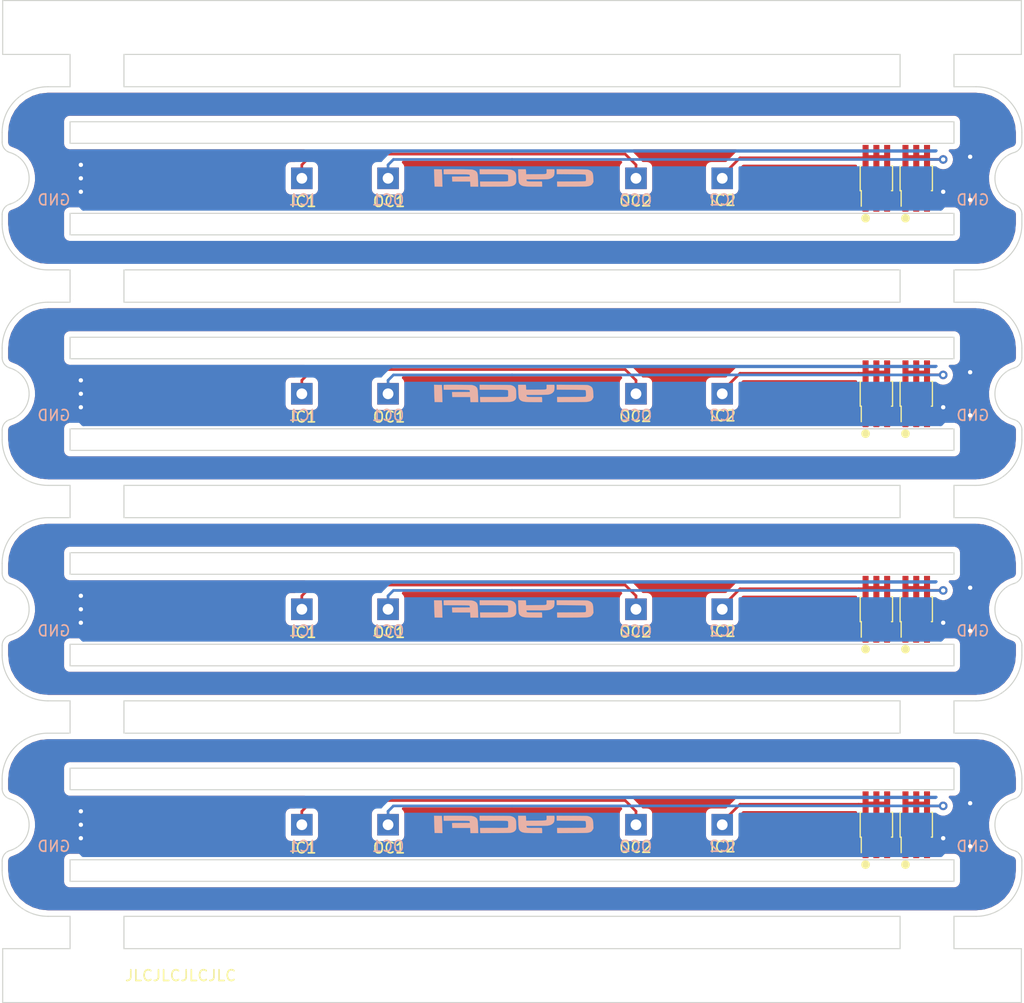
<source format=kicad_pcb>
(kicad_pcb (version 20171130) (host pcbnew "(5.1.10-1-10_14)")
  (layers (0 F.Cu signal) (31 B.Cu signal) (34 B.Paste user) (35 F.Paste user) (36 B.SilkS user) (37 F.SilkS user) (38 B.Mask user) (39 F.Mask user) (44 Edge.Cuts user))
  (net 0 "")
  (net 1 /oc1)
  (net 2 /ic1)
  (net 3 /ic2)
  (net 4 GND)
  (module cycfi_library:mounting_hole_2.1mm (layer F.Cu) (at 58 44.5)
    (fp_text reference REF** hide)
    (fp_text value mounting_hole_2.1mm)
    (pad "" np_thru_hole circle (at 0 0) (size 2.1 2.1) (drill 2.1) (layers *.Cu *.Mask))
  )
  (module cycfi_library:mounting_hole_2.1mm (layer F.Cu) (at 137 44.75)
    (fp_text reference REF** hide)
    (fp_text value mounting_hole_2.1mm)
    (pad "" np_thru_hole circle (at 0 0) (size 2.1 2.1) (drill 2.1) (layers *.Cu *.Mask))
  )
  (module cycfi_library:mounting_hole_2.1mm (layer F.Cu) (at 137 132.5)
    (fp_text reference REF** hide)
    (fp_text value mounting_hole_2.1mm)
    (pad "" np_thru_hole circle (at 0 0) (size 2.1 2.1) (drill 2.1) (layers *.Cu *.Mask))
  )
  (module cycfi_library:mounting_hole_2.1mm (layer F.Cu) (at 58 132.5)
    (fp_text reference REF** hide)
    (fp_text value mounting_hole_2.1mm)
    (pad "" np_thru_hole circle (at 0 0) (size 2.1 2.1) (drill 2.1) (layers *.Cu *.Mask))
  )
  (module cycfi_library:mouse-bite-3mm-slot-one-side (layer F.Cu) (at 136 48.5)
    (fp_text reference mouse-bite-3mm-slot hide)
    (fp_text value VAL** hide)
    (pad "" np_thru_hole circle (at 2 1.15) (size 0.5 0.5) (drill 0.5) (layers *.Cu *.Mask))
    (pad "" np_thru_hole circle (at -2 1.15) (size 0.5 0.5) (drill 0.5) (layers *.Cu *.Mask))
    (pad "" np_thru_hole circle (at 0 1.15) (size 0.5 0.5) (drill 0.5) (layers *.Cu *.Mask))
    (pad "" np_thru_hole circle (at -1 1.15) (size 0.5 0.5) (drill 0.5) (layers *.Cu *.Mask))
    (pad "" np_thru_hole circle (at 1 1.15) (size 0.5 0.5) (drill 0.5) (layers *.Cu *.Mask))
  )
  (module cycfi_library:mouse-bite-3mm-slot-one-side (layer F.Cu) (at 59 48.5)
    (fp_text reference mouse-bite-3mm-slot hide)
    (fp_text value VAL** hide)
    (pad "" np_thru_hole circle (at 2 1.15) (size 0.5 0.5) (drill 0.5) (layers *.Cu *.Mask))
    (pad "" np_thru_hole circle (at -2 1.15) (size 0.5 0.5) (drill 0.5) (layers *.Cu *.Mask))
    (pad "" np_thru_hole circle (at 0 1.15) (size 0.5 0.5) (drill 0.5) (layers *.Cu *.Mask))
    (pad "" np_thru_hole circle (at -1 1.15) (size 0.5 0.5) (drill 0.5) (layers *.Cu *.Mask))
    (pad "" np_thru_hole circle (at 1 1.15) (size 0.5 0.5) (drill 0.5) (layers *.Cu *.Mask))
  )
  (module cycfi_library:mouse-bite-3mm-slot-one-side (layer F.Cu) (at 59 128.5 180)
    (fp_text reference mouse-bite-3mm-slot hide)
    (fp_text value VAL** hide)
    (pad "" np_thru_hole circle (at 2 1.15 180) (size 0.5 0.5) (drill 0.5) (layers *.Cu *.Mask))
    (pad "" np_thru_hole circle (at -2 1.15 180) (size 0.5 0.5) (drill 0.5) (layers *.Cu *.Mask))
    (pad "" np_thru_hole circle (at 0 1.15 180) (size 0.5 0.5) (drill 0.5) (layers *.Cu *.Mask))
    (pad "" np_thru_hole circle (at -1 1.15 180) (size 0.5 0.5) (drill 0.5) (layers *.Cu *.Mask))
    (pad "" np_thru_hole circle (at 1 1.15 180) (size 0.5 0.5) (drill 0.5) (layers *.Cu *.Mask))
  )
  (module cycfi_library:mouse-bite-3mm-slot-one-side (layer F.Cu) (at 136 128.5 180)
    (fp_text reference mouse-bite-3mm-slot hide)
    (fp_text value VAL** hide)
    (pad "" np_thru_hole circle (at 2 1.15 180) (size 0.5 0.5) (drill 0.5) (layers *.Cu *.Mask))
    (pad "" np_thru_hole circle (at -2 1.15 180) (size 0.5 0.5) (drill 0.5) (layers *.Cu *.Mask))
    (pad "" np_thru_hole circle (at 0 1.15 180) (size 0.5 0.5) (drill 0.5) (layers *.Cu *.Mask))
    (pad "" np_thru_hole circle (at -1 1.15 180) (size 0.5 0.5) (drill 0.5) (layers *.Cu *.Mask))
    (pad "" np_thru_hole circle (at 1 1.15 180) (size 0.5 0.5) (drill 0.5) (layers *.Cu *.Mask))
  )
  (module cycfi_library:mouse-bite-3mm-slot (layer F.Cu) (at 136 108.5)
    (fp_text reference mouse-bite-3mm-slot hide)
    (fp_text value VAL** hide)
    (pad "" np_thru_hole circle (at -2 1.15) (size 0.5 0.5) (drill 0.5) (layers *.Cu *.Mask))
    (pad "" np_thru_hole circle (at -2 -1.15) (size 0.5 0.5) (drill 0.5) (layers *.Cu *.Mask))
    (pad "" np_thru_hole circle (at 2 1.15) (size 0.5 0.5) (drill 0.5) (layers *.Cu *.Mask))
    (pad "" np_thru_hole circle (at 2 -1.15) (size 0.5 0.5) (drill 0.5) (layers *.Cu *.Mask))
    (pad "" np_thru_hole circle (at 0 -1.15) (size 0.5 0.5) (drill 0.5) (layers *.Cu *.Mask))
    (pad "" np_thru_hole circle (at 0 1.15) (size 0.5 0.5) (drill 0.5) (layers *.Cu *.Mask))
    (pad "" np_thru_hole circle (at 1 -1.15) (size 0.5 0.5) (drill 0.5) (layers *.Cu *.Mask))
    (pad "" np_thru_hole circle (at -1 -1.15) (size 0.5 0.5) (drill 0.5) (layers *.Cu *.Mask))
    (pad "" np_thru_hole circle (at -1 1.15) (size 0.5 0.5) (drill 0.5) (layers *.Cu *.Mask))
    (pad "" np_thru_hole circle (at 1 1.15) (size 0.5 0.5) (drill 0.5) (layers *.Cu *.Mask))
  )
  (module cycfi_library:mouse-bite-3mm-slot (layer F.Cu) (at 136 88.5)
    (fp_text reference mouse-bite-3mm-slot hide)
    (fp_text value VAL** hide)
    (pad "" np_thru_hole circle (at -2 1.15) (size 0.5 0.5) (drill 0.5) (layers *.Cu *.Mask))
    (pad "" np_thru_hole circle (at -2 -1.15) (size 0.5 0.5) (drill 0.5) (layers *.Cu *.Mask))
    (pad "" np_thru_hole circle (at 2 1.15) (size 0.5 0.5) (drill 0.5) (layers *.Cu *.Mask))
    (pad "" np_thru_hole circle (at 2 -1.15) (size 0.5 0.5) (drill 0.5) (layers *.Cu *.Mask))
    (pad "" np_thru_hole circle (at 0 -1.15) (size 0.5 0.5) (drill 0.5) (layers *.Cu *.Mask))
    (pad "" np_thru_hole circle (at 0 1.15) (size 0.5 0.5) (drill 0.5) (layers *.Cu *.Mask))
    (pad "" np_thru_hole circle (at 1 -1.15) (size 0.5 0.5) (drill 0.5) (layers *.Cu *.Mask))
    (pad "" np_thru_hole circle (at -1 -1.15) (size 0.5 0.5) (drill 0.5) (layers *.Cu *.Mask))
    (pad "" np_thru_hole circle (at -1 1.15) (size 0.5 0.5) (drill 0.5) (layers *.Cu *.Mask))
    (pad "" np_thru_hole circle (at 1 1.15) (size 0.5 0.5) (drill 0.5) (layers *.Cu *.Mask))
  )
  (module cycfi_library:mouse-bite-3mm-slot (layer F.Cu) (at 59 108.5)
    (fp_text reference mouse-bite-3mm-slot hide)
    (fp_text value VAL** hide)
    (pad "" np_thru_hole circle (at -2 1.15) (size 0.5 0.5) (drill 0.5) (layers *.Cu *.Mask))
    (pad "" np_thru_hole circle (at -2 -1.15) (size 0.5 0.5) (drill 0.5) (layers *.Cu *.Mask))
    (pad "" np_thru_hole circle (at 2 1.15) (size 0.5 0.5) (drill 0.5) (layers *.Cu *.Mask))
    (pad "" np_thru_hole circle (at 2 -1.15) (size 0.5 0.5) (drill 0.5) (layers *.Cu *.Mask))
    (pad "" np_thru_hole circle (at 0 -1.15) (size 0.5 0.5) (drill 0.5) (layers *.Cu *.Mask))
    (pad "" np_thru_hole circle (at 0 1.15) (size 0.5 0.5) (drill 0.5) (layers *.Cu *.Mask))
    (pad "" np_thru_hole circle (at 1 -1.15) (size 0.5 0.5) (drill 0.5) (layers *.Cu *.Mask))
    (pad "" np_thru_hole circle (at -1 -1.15) (size 0.5 0.5) (drill 0.5) (layers *.Cu *.Mask))
    (pad "" np_thru_hole circle (at -1 1.15) (size 0.5 0.5) (drill 0.5) (layers *.Cu *.Mask))
    (pad "" np_thru_hole circle (at 1 1.15) (size 0.5 0.5) (drill 0.5) (layers *.Cu *.Mask))
  )
  (module cycfi_library:mouse-bite-3mm-slot (layer F.Cu) (at 59 88.5)
    (fp_text reference mouse-bite-3mm-slot hide)
    (fp_text value VAL** hide)
    (pad "" np_thru_hole circle (at -2 1.15) (size 0.5 0.5) (drill 0.5) (layers *.Cu *.Mask))
    (pad "" np_thru_hole circle (at -2 -1.15) (size 0.5 0.5) (drill 0.5) (layers *.Cu *.Mask))
    (pad "" np_thru_hole circle (at 2 1.15) (size 0.5 0.5) (drill 0.5) (layers *.Cu *.Mask))
    (pad "" np_thru_hole circle (at 2 -1.15) (size 0.5 0.5) (drill 0.5) (layers *.Cu *.Mask))
    (pad "" np_thru_hole circle (at 0 -1.15) (size 0.5 0.5) (drill 0.5) (layers *.Cu *.Mask))
    (pad "" np_thru_hole circle (at 0 1.15) (size 0.5 0.5) (drill 0.5) (layers *.Cu *.Mask))
    (pad "" np_thru_hole circle (at 1 -1.15) (size 0.5 0.5) (drill 0.5) (layers *.Cu *.Mask))
    (pad "" np_thru_hole circle (at -1 -1.15) (size 0.5 0.5) (drill 0.5) (layers *.Cu *.Mask))
    (pad "" np_thru_hole circle (at -1 1.15) (size 0.5 0.5) (drill 0.5) (layers *.Cu *.Mask))
    (pad "" np_thru_hole circle (at 1 1.15) (size 0.5 0.5) (drill 0.5) (layers *.Cu *.Mask))
  )
  (module cycfi_library:mouse-bite-3mm-slot (layer F.Cu) (at 136 68.5)
    (fp_text reference mouse-bite-3mm-slot hide)
    (fp_text value VAL** hide)
    (pad "" np_thru_hole circle (at -2 1.15) (size 0.5 0.5) (drill 0.5) (layers *.Cu *.Mask))
    (pad "" np_thru_hole circle (at -2 -1.15) (size 0.5 0.5) (drill 0.5) (layers *.Cu *.Mask))
    (pad "" np_thru_hole circle (at 2 1.15) (size 0.5 0.5) (drill 0.5) (layers *.Cu *.Mask))
    (pad "" np_thru_hole circle (at 2 -1.15) (size 0.5 0.5) (drill 0.5) (layers *.Cu *.Mask))
    (pad "" np_thru_hole circle (at 0 -1.15) (size 0.5 0.5) (drill 0.5) (layers *.Cu *.Mask))
    (pad "" np_thru_hole circle (at 0 1.15) (size 0.5 0.5) (drill 0.5) (layers *.Cu *.Mask))
    (pad "" np_thru_hole circle (at 1 -1.15) (size 0.5 0.5) (drill 0.5) (layers *.Cu *.Mask))
    (pad "" np_thru_hole circle (at -1 -1.15) (size 0.5 0.5) (drill 0.5) (layers *.Cu *.Mask))
    (pad "" np_thru_hole circle (at -1 1.15) (size 0.5 0.5) (drill 0.5) (layers *.Cu *.Mask))
    (pad "" np_thru_hole circle (at 1 1.15) (size 0.5 0.5) (drill 0.5) (layers *.Cu *.Mask))
  )
  (module cycfi_library:mouse-bite-3mm-slot (layer F.Cu) (at 59 68.5)
    (fp_text reference mouse-bite-3mm-slot hide)
    (fp_text value VAL** hide)
    (pad "" np_thru_hole circle (at -2 1.15) (size 0.5 0.5) (drill 0.5) (layers *.Cu *.Mask))
    (pad "" np_thru_hole circle (at -2 -1.15) (size 0.5 0.5) (drill 0.5) (layers *.Cu *.Mask))
    (pad "" np_thru_hole circle (at 2 1.15) (size 0.5 0.5) (drill 0.5) (layers *.Cu *.Mask))
    (pad "" np_thru_hole circle (at 2 -1.15) (size 0.5 0.5) (drill 0.5) (layers *.Cu *.Mask))
    (pad "" np_thru_hole circle (at 0 -1.15) (size 0.5 0.5) (drill 0.5) (layers *.Cu *.Mask))
    (pad "" np_thru_hole circle (at 0 1.15) (size 0.5 0.5) (drill 0.5) (layers *.Cu *.Mask))
    (pad "" np_thru_hole circle (at 1 -1.15) (size 0.5 0.5) (drill 0.5) (layers *.Cu *.Mask))
    (pad "" np_thru_hole circle (at -1 -1.15) (size 0.5 0.5) (drill 0.5) (layers *.Cu *.Mask))
    (pad "" np_thru_hole circle (at -1 1.15) (size 0.5 0.5) (drill 0.5) (layers *.Cu *.Mask))
    (pad "" np_thru_hole circle (at 1 1.15) (size 0.5 0.5) (drill 0.5) (layers *.Cu *.Mask))
  )
  (module cycfi_library:cycfi-logo-15mm (layer B.Cu) (at 97.75 118.5 180)
    (fp_text reference G*** hide)
    (fp_text value LOGO hide)
  )
  (module cycfi_library:cycfi-logo-15mm (layer B.Cu) (at 97.75 98.5 180)
    (fp_text reference G*** hide)
    (fp_text value LOGO hide)
  )
  (module cycfi_library:cycfi-logo-15mm (layer B.Cu) (at 97.75 78.5 180)
    (fp_text reference G*** hide)
    (fp_text value LOGO hide)
  )
  (module cycfi_library:pin_header_2x3p_1.00mm_smd_vertical (layer F.Cu) (at 131.3 118.5 90)
    (fp_text reference J2 hide)
    (fp_text value "Conn 2")
    (pad 1 smd rect (at -1.9 -1 90) (size 2.4 0.56) (layers F.Cu F.Paste F.Mask) (net 4 GND))
    (pad 6 smd rect (at 1.9 -1 90) (size 2.4 0.56) (layers F.Cu F.Paste F.Mask) (net 3 /ic2))
    (pad 2 smd rect (at -1.9 0 90) (size 2.4 0.56) (layers F.Cu F.Paste F.Mask) (net 4 GND))
    (pad 5 smd rect (at 1.9 0 90) (size 2.4 0.56) (layers F.Cu F.Paste F.Mask) (net 3 /ic2))
    (pad 3 smd rect (at -1.9 1 90) (size 2.4 0.56) (layers F.Cu F.Paste F.Mask) (net 4 GND))
    (pad 4 smd rect (at 1.9 1 90) (size 2.4 0.56) (layers F.Cu F.Paste F.Mask) (net 3 /ic2))
  )
  (module cycfi_library:pin_header_2x3p_1.00mm_smd_vertical (layer F.Cu) (at 131.3 98.5 90)
    (fp_text reference J2 hide)
    (fp_text value "Conn 2")
    (pad 1 smd rect (at -1.9 -1 90) (size 2.4 0.56) (layers F.Cu F.Paste F.Mask) (net 4 GND))
    (pad 6 smd rect (at 1.9 -1 90) (size 2.4 0.56) (layers F.Cu F.Paste F.Mask) (net 3 /ic2))
    (pad 2 smd rect (at -1.9 0 90) (size 2.4 0.56) (layers F.Cu F.Paste F.Mask) (net 4 GND))
    (pad 5 smd rect (at 1.9 0 90) (size 2.4 0.56) (layers F.Cu F.Paste F.Mask) (net 3 /ic2))
    (pad 3 smd rect (at -1.9 1 90) (size 2.4 0.56) (layers F.Cu F.Paste F.Mask) (net 4 GND))
    (pad 4 smd rect (at 1.9 1 90) (size 2.4 0.56) (layers F.Cu F.Paste F.Mask) (net 3 /ic2))
  )
  (module cycfi_library:pin_header_2x3p_1.00mm_smd_vertical (layer F.Cu) (at 131.3 78.5 90)
    (fp_text reference J2 hide)
    (fp_text value "Conn 2")
    (pad 1 smd rect (at -1.9 -1 90) (size 2.4 0.56) (layers F.Cu F.Paste F.Mask) (net 4 GND))
    (pad 6 smd rect (at 1.9 -1 90) (size 2.4 0.56) (layers F.Cu F.Paste F.Mask) (net 3 /ic2))
    (pad 2 smd rect (at -1.9 0 90) (size 2.4 0.56) (layers F.Cu F.Paste F.Mask) (net 4 GND))
    (pad 5 smd rect (at 1.9 0 90) (size 2.4 0.56) (layers F.Cu F.Paste F.Mask) (net 3 /ic2))
    (pad 3 smd rect (at -1.9 1 90) (size 2.4 0.56) (layers F.Cu F.Paste F.Mask) (net 4 GND))
    (pad 4 smd rect (at 1.9 1 90) (size 2.4 0.56) (layers F.Cu F.Paste F.Mask) (net 3 /ic2))
  )
  (module cycfi_library:single-pad-2x2-th (layer B.Cu) (at 117 118.5)
    (fp_text reference IC2 (at 0.05 2.05) (layer F.SilkS))
    (fp_text value single_pad_smd)
    (pad 1 thru_hole rect (at 0 0) (size 2 2) (drill 1) (layers *.Cu *.Mask) (net 3 /ic2))
  )
  (module cycfi_library:single-pad-2x2-th (layer B.Cu) (at 117 98.5)
    (fp_text reference IC2 (at 0.05 2.05) (layer F.SilkS))
    (fp_text value single_pad_smd)
    (pad 1 thru_hole rect (at 0 0) (size 2 2) (drill 1) (layers *.Cu *.Mask) (net 3 /ic2))
  )
  (module cycfi_library:single-pad-2x2-th (layer B.Cu) (at 117 78.5)
    (fp_text reference IC2 (at 0.05 2.05) (layer F.SilkS))
    (fp_text value single_pad_smd)
    (pad 1 thru_hole rect (at 0 0) (size 2 2) (drill 1) (layers *.Cu *.Mask) (net 3 /ic2))
  )
  (module cycfi_library:single-pad-2x2-th (layer B.Cu) (at 86 118.5)
    (fp_text reference OC1 (at 0.1 2.15) (layer F.SilkS))
    (fp_text value single_pad_smd)
    (pad 1 thru_hole rect (at 0 0) (size 2 2) (drill 1) (layers *.Cu *.Mask) (net 1 /oc1))
  )
  (module cycfi_library:single-pad-2x2-th (layer B.Cu) (at 86 98.5)
    (fp_text reference OC1 (at 0.1 2.15) (layer F.SilkS))
    (fp_text value single_pad_smd)
    (pad 1 thru_hole rect (at 0 0) (size 2 2) (drill 1) (layers *.Cu *.Mask) (net 1 /oc1))
  )
  (module cycfi_library:single-pad-2x2-th (layer B.Cu) (at 86 78.5)
    (fp_text reference OC1 (at 0.1 2.15) (layer F.SilkS))
    (fp_text value single_pad_smd)
    (pad 1 thru_hole rect (at 0 0) (size 2 2) (drill 1) (layers *.Cu *.Mask) (net 1 /oc1))
  )
  (module cycfi_library:single-pad-2x2-th (layer B.Cu) (at 109 118.5)
    (fp_text reference OC2 (at -0.05 2.1) (layer F.SilkS))
    (fp_text value single_pad_smd)
    (pad 1 thru_hole rect (at 0 0) (size 2 2) (drill 1) (layers *.Cu *.Mask) (net 2 /ic1))
  )
  (module cycfi_library:single-pad-2x2-th (layer B.Cu) (at 109 98.5)
    (fp_text reference OC2 (at -0.05 2.1) (layer F.SilkS))
    (fp_text value single_pad_smd)
    (pad 1 thru_hole rect (at 0 0) (size 2 2) (drill 1) (layers *.Cu *.Mask) (net 2 /ic1))
  )
  (module cycfi_library:single-pad-2x2-th (layer B.Cu) (at 109 78.5)
    (fp_text reference OC2 (at -0.05 2.1) (layer F.SilkS))
    (fp_text value single_pad_smd)
    (pad 1 thru_hole rect (at 0 0) (size 2 2) (drill 1) (layers *.Cu *.Mask) (net 2 /ic1))
  )
  (module cycfi_library:pin_header_2x3p_1.00mm_smd_vertical (layer F.Cu) (at 135 118.5 90)
    (fp_text reference J1 hide)
    (fp_text value "Conn 1")
    (pad 1 smd rect (at -1.9 -1 90) (size 2.4 0.56) (layers F.Cu F.Paste F.Mask) (net 4 GND))
    (pad 6 smd rect (at 1.9 -1 90) (size 2.4 0.56) (layers F.Cu F.Paste F.Mask) (net 1 /oc1))
    (pad 2 smd rect (at -1.9 0 90) (size 2.4 0.56) (layers F.Cu F.Paste F.Mask) (net 4 GND))
    (pad 5 smd rect (at 1.9 0 90) (size 2.4 0.56) (layers F.Cu F.Paste F.Mask) (net 1 /oc1))
    (pad 3 smd rect (at -1.9 1 90) (size 2.4 0.56) (layers F.Cu F.Paste F.Mask) (net 4 GND))
    (pad 4 smd rect (at 1.9 1 90) (size 2.4 0.56) (layers F.Cu F.Paste F.Mask) (net 1 /oc1))
  )
  (module cycfi_library:pin_header_2x3p_1.00mm_smd_vertical (layer F.Cu) (at 135 98.5 90)
    (fp_text reference J1 hide)
    (fp_text value "Conn 1")
    (pad 1 smd rect (at -1.9 -1 90) (size 2.4 0.56) (layers F.Cu F.Paste F.Mask) (net 4 GND))
    (pad 6 smd rect (at 1.9 -1 90) (size 2.4 0.56) (layers F.Cu F.Paste F.Mask) (net 1 /oc1))
    (pad 2 smd rect (at -1.9 0 90) (size 2.4 0.56) (layers F.Cu F.Paste F.Mask) (net 4 GND))
    (pad 5 smd rect (at 1.9 0 90) (size 2.4 0.56) (layers F.Cu F.Paste F.Mask) (net 1 /oc1))
    (pad 3 smd rect (at -1.9 1 90) (size 2.4 0.56) (layers F.Cu F.Paste F.Mask) (net 4 GND))
    (pad 4 smd rect (at 1.9 1 90) (size 2.4 0.56) (layers F.Cu F.Paste F.Mask) (net 1 /oc1))
  )
  (module cycfi_library:pin_header_2x3p_1.00mm_smd_vertical (layer F.Cu) (at 135 78.5 90)
    (fp_text reference J1 hide)
    (fp_text value "Conn 1")
    (pad 1 smd rect (at -1.9 -1 90) (size 2.4 0.56) (layers F.Cu F.Paste F.Mask) (net 4 GND))
    (pad 6 smd rect (at 1.9 -1 90) (size 2.4 0.56) (layers F.Cu F.Paste F.Mask) (net 1 /oc1))
    (pad 2 smd rect (at -1.9 0 90) (size 2.4 0.56) (layers F.Cu F.Paste F.Mask) (net 4 GND))
    (pad 5 smd rect (at 1.9 0 90) (size 2.4 0.56) (layers F.Cu F.Paste F.Mask) (net 1 /oc1))
    (pad 3 smd rect (at -1.9 1 90) (size 2.4 0.56) (layers F.Cu F.Paste F.Mask) (net 4 GND))
    (pad 4 smd rect (at 1.9 1 90) (size 2.4 0.56) (layers F.Cu F.Paste F.Mask) (net 1 /oc1))
  )
  (module cycfi_library:single-pad-3x2 (layer B.Cu) (at 55 118.5)
    (fp_text reference GND (at 0 2 180) (layer B.SilkS) (effects (justify mirror)))
    (fp_text value single_pad_smd)
    (pad 1 smd rect (at 0 0) (size 3 2) (layers B.Cu B.Paste B.Mask) (net 4 GND))
  )
  (module cycfi_library:single-pad-3x2 (layer B.Cu) (at 55 98.5)
    (fp_text reference GND (at 0 2 180) (layer B.SilkS) (effects (justify mirror)))
    (fp_text value single_pad_smd)
    (pad 1 smd rect (at 0 0) (size 3 2) (layers B.Cu B.Paste B.Mask) (net 4 GND))
  )
  (module cycfi_library:single-pad-3x2 (layer B.Cu) (at 55 78.5)
    (fp_text reference GND (at 0 2 180) (layer B.SilkS) (effects (justify mirror)))
    (fp_text value single_pad_smd)
    (pad 1 smd rect (at 0 0) (size 3 2) (layers B.Cu B.Paste B.Mask) (net 4 GND))
  )
  (module cycfi_library:single-pad-2x2-th (layer B.Cu) (at 78 118.5)
    (fp_text reference IC1 (at 0.15 2.15) (layer F.SilkS))
    (fp_text value single_pad_smd)
    (pad 1 thru_hole rect (at 0 0) (size 2 2) (drill 1) (layers *.Cu *.Mask) (net 2 /ic1))
  )
  (module cycfi_library:single-pad-2x2-th (layer B.Cu) (at 78 98.5)
    (fp_text reference IC1 (at 0.15 2.15) (layer F.SilkS))
    (fp_text value single_pad_smd)
    (pad 1 thru_hole rect (at 0 0) (size 2 2) (drill 1) (layers *.Cu *.Mask) (net 2 /ic1))
  )
  (module cycfi_library:single-pad-2x2-th (layer B.Cu) (at 78 78.5)
    (fp_text reference IC1 (at 0.15 2.15) (layer F.SilkS))
    (fp_text value single_pad_smd)
    (pad 1 thru_hole rect (at 0 0) (size 2 2) (drill 1) (layers *.Cu *.Mask) (net 2 /ic1))
  )
  (module cycfi_library:single-pad-3x2 (layer B.Cu) (at 140 118.5 180)
    (fp_text reference GND (at -0.25 -2 180) (layer B.SilkS) (effects (justify mirror)))
    (fp_text value single_pad_smd)
    (pad 1 smd rect (at 0 0 180) (size 3 2) (layers B.Cu B.Paste B.Mask) (net 4 GND))
  )
  (module cycfi_library:single-pad-3x2 (layer B.Cu) (at 140 98.5 180)
    (fp_text reference GND (at -0.25 -2 180) (layer B.SilkS) (effects (justify mirror)))
    (fp_text value single_pad_smd)
    (pad 1 smd rect (at 0 0 180) (size 3 2) (layers B.Cu B.Paste B.Mask) (net 4 GND))
  )
  (module cycfi_library:single-pad-3x2 (layer B.Cu) (at 140 78.5 180)
    (fp_text reference GND (at -0.25 -2 180) (layer B.SilkS) (effects (justify mirror)))
    (fp_text value single_pad_smd)
    (pad 1 smd rect (at 0 0 180) (size 3 2) (layers B.Cu B.Paste B.Mask) (net 4 GND))
  )
  (module cycfi_library:single-pad-3x2 (layer B.Cu) (at 140 58.5 180)
    (fp_text reference GND (at -0.25 -2 180) (layer B.SilkS) (effects (justify mirror)))
    (fp_text value single_pad_smd)
    (pad 1 smd rect (at 0 0 180) (size 3 2) (layers B.Cu B.Paste B.Mask) (net 4 GND))
  )
  (module cycfi_library:single-pad-3x2 (layer B.Cu) (at 55 58.5)
    (fp_text reference GND (at 0 2 180) (layer B.SilkS) (effects (justify mirror)))
    (fp_text value single_pad_smd)
    (pad 1 smd rect (at 0 0) (size 3 2) (layers B.Cu B.Paste B.Mask) (net 4 GND))
  )
  (module cycfi_library:single-pad-2x2-th (layer B.Cu) (at 109 58.5)
    (fp_text reference OC2 (at -0.05 2.1) (layer F.SilkS))
    (fp_text value single_pad_smd)
    (pad 1 thru_hole rect (at 0 0) (size 2 2) (drill 1) (layers *.Cu *.Mask) (net 2 /ic1))
  )
  (module cycfi_library:single-pad-2x2-th (layer B.Cu) (at 86 58.5)
    (fp_text reference OC1 (at 0.1 2.15) (layer F.SilkS))
    (fp_text value single_pad_smd)
    (pad 1 thru_hole rect (at 0 0) (size 2 2) (drill 1) (layers *.Cu *.Mask) (net 1 /oc1))
  )
  (module cycfi_library:single-pad-2x2-th (layer B.Cu) (at 117 58.5)
    (fp_text reference IC2 (at 0.05 2.05) (layer F.SilkS))
    (fp_text value single_pad_smd)
    (pad 1 thru_hole rect (at 0 0) (size 2 2) (drill 1) (layers *.Cu *.Mask) (net 3 /ic2))
  )
  (module cycfi_library:single-pad-2x2-th (layer B.Cu) (at 78 58.5)
    (fp_text reference IC1 (at 0.15 2.15) (layer F.SilkS))
    (fp_text value single_pad_smd)
    (pad 1 thru_hole rect (at 0 0) (size 2 2) (drill 1) (layers *.Cu *.Mask) (net 2 /ic1))
  )
  (module cycfi_library:cycfi-logo-15mm (layer B.Cu) (at 97.75 58.5 180)
    (fp_text reference G*** hide)
    (fp_text value LOGO hide)
  )
  (module cycfi_library:pin_header_2x3p_1.00mm_smd_vertical (layer F.Cu) (at 135 58.5 90)
    (fp_text reference J1 hide)
    (fp_text value "Conn 1")
    (pad 1 smd rect (at -1.9 -1 90) (size 2.4 0.56) (layers F.Cu F.Paste F.Mask) (net 4 GND))
    (pad 6 smd rect (at 1.9 -1 90) (size 2.4 0.56) (layers F.Cu F.Paste F.Mask) (net 1 /oc1))
    (pad 2 smd rect (at -1.9 0 90) (size 2.4 0.56) (layers F.Cu F.Paste F.Mask) (net 4 GND))
    (pad 5 smd rect (at 1.9 0 90) (size 2.4 0.56) (layers F.Cu F.Paste F.Mask) (net 1 /oc1))
    (pad 3 smd rect (at -1.9 1 90) (size 2.4 0.56) (layers F.Cu F.Paste F.Mask) (net 4 GND))
    (pad 4 smd rect (at 1.9 1 90) (size 2.4 0.56) (layers F.Cu F.Paste F.Mask) (net 1 /oc1))
  )
  (module cycfi_library:pin_header_2x3p_1.00mm_smd_vertical (layer F.Cu) (at 131.3 58.5 90)
    (fp_text reference J2 hide)
    (fp_text value "Conn 2")
    (pad 1 smd rect (at -1.9 -1 90) (size 2.4 0.56) (layers F.Cu F.Paste F.Mask) (net 4 GND))
    (pad 6 smd rect (at 1.9 -1 90) (size 2.4 0.56) (layers F.Cu F.Paste F.Mask) (net 3 /ic2))
    (pad 2 smd rect (at -1.9 0 90) (size 2.4 0.56) (layers F.Cu F.Paste F.Mask) (net 4 GND))
    (pad 5 smd rect (at 1.9 0 90) (size 2.4 0.56) (layers F.Cu F.Paste F.Mask) (net 3 /ic2))
    (pad 3 smd rect (at -1.9 1 90) (size 2.4 0.56) (layers F.Cu F.Paste F.Mask) (net 4 GND))
    (pad 4 smd rect (at 1.9 1 90) (size 2.4 0.56) (layers F.Cu F.Paste F.Mask) (net 3 /ic2))
  )
  (gr_text JLCJLCJLCJLC (at 66.75 132.5) (layer F.SilkS) (effects (font (size 1 1))))
  (gr_line (start 133.5 130) (end 61.5 130) (layer Edge.Cuts) (width 0.1))
  (gr_line (start 144.75 130) (end 138.5 130) (layer Edge.Cuts) (width 0.1))
  (gr_line (start 144.75 135) (end 144.75 130) (layer Edge.Cuts) (width 0.1))
  (gr_line (start 50.25 135) (end 144.75 135) (layer Edge.Cuts) (width 0.1))
  (gr_line (start 50.25 130) (end 50.25 135) (layer Edge.Cuts) (width 0.1))
  (gr_line (start 56.5 130) (end 50.25 130) (layer Edge.Cuts) (width 0.1))
  (gr_line (start 61.5 47) (end 61.5 50) (layer Edge.Cuts) (width 0.1))
  (gr_line (start 133.5 47) (end 61.5 47) (layer Edge.Cuts) (width 0.1))
  (gr_line (start 133.5 50) (end 133.5 47) (layer Edge.Cuts) (width 0.1))
  (gr_line (start 138.5 47) (end 138.5 50) (layer Edge.Cuts) (width 0.1))
  (gr_line (start 144.75 47) (end 138.5 47) (layer Edge.Cuts) (width 0.1))
  (gr_line (start 144.75 42) (end 144.75 47) (layer Edge.Cuts) (width 0.1))
  (gr_line (start 50.25 42) (end 144.75 42) (layer Edge.Cuts) (width 0.1))
  (gr_line (start 50.25 47) (end 50.25 42) (layer Edge.Cuts) (width 0.1))
  (gr_line (start 56.5 47) (end 50.25 47) (layer Edge.Cuts) (width 0.1))
  (gr_line (start 56.5 50) (end 56.5 47) (layer Edge.Cuts) (width 0.1))
  (gr_line (start 138.5 127) (end 138.5 130) (layer Edge.Cuts) (width 0.1))
  (gr_line (start 138.5 70) (end 138.5 67) (layer Edge.Cuts) (width 0.1))
  (gr_line (start 138.5 90) (end 138.5 87) (layer Edge.Cuts) (width 0.1))
  (gr_line (start 138.5 110) (end 138.5 107) (layer Edge.Cuts) (width 0.1))
  (gr_line (start 61.5 127) (end 133.5 127) (layer Edge.Cuts) (width 0.1))
  (gr_line (start 61.5 107) (end 133.5 107) (layer Edge.Cuts) (width 0.1))
  (gr_line (start 61.5 87) (end 133.5 87) (layer Edge.Cuts) (width 0.1))
  (gr_line (start 56.5 110) (end 54.45 110) (layer Edge.Cuts) (width 0.1))
  (gr_line (start 56.5 90) (end 54.45 90) (layer Edge.Cuts) (width 0.1))
  (gr_line (start 56.5 70) (end 54.45 70) (layer Edge.Cuts) (width 0.1))
  (gr_line (start 138.5 127) (end 140.55 127) (layer Edge.Cuts) (width 0.1))
  (gr_line (start 138.5 107) (end 140.55 107) (layer Edge.Cuts) (width 0.1))
  (gr_line (start 138.5 87) (end 140.55 87) (layer Edge.Cuts) (width 0.1))
  (gr_line (start 56.5 123.75) (end 56.5 121.75) (layer Edge.Cuts) (width 0.1))
  (gr_line (start 56.5 103.75) (end 56.5 101.75) (layer Edge.Cuts) (width 0.1))
  (gr_line (start 56.5 83.75) (end 56.5 81.75) (layer Edge.Cuts) (width 0.1))
  (gr_line (start 56.5 121.75) (end 138.5 121.75) (layer Edge.Cuts) (width 0.1))
  (gr_line (start 56.5 101.75) (end 138.5 101.75) (layer Edge.Cuts) (width 0.1))
  (gr_line (start 56.5 81.75) (end 138.5 81.75) (layer Edge.Cuts) (width 0.1))
  (gr_line (start 138.5 121.75) (end 138.5 123.75) (layer Edge.Cuts) (width 0.1))
  (gr_line (start 138.5 101.75) (end 138.5 103.75) (layer Edge.Cuts) (width 0.1))
  (gr_line (start 138.5 81.75) (end 138.5 83.75) (layer Edge.Cuts) (width 0.1))
  (gr_line (start 138.5 123.75) (end 56.5 123.75) (layer Edge.Cuts) (width 0.1))
  (gr_line (start 138.5 103.75) (end 56.5 103.75) (layer Edge.Cuts) (width 0.1))
  (gr_line (start 138.5 83.75) (end 56.5 83.75) (layer Edge.Cuts) (width 0.1))
  (gr_line (start 56.5 115.25) (end 56.5 113.25) (layer Edge.Cuts) (width 0.1))
  (gr_line (start 56.5 95.25) (end 56.5 93.25) (layer Edge.Cuts) (width 0.1))
  (gr_line (start 56.5 75.25) (end 56.5 73.25) (layer Edge.Cuts) (width 0.1))
  (gr_line (start 56.5 113.25) (end 138.5 113.25) (layer Edge.Cuts) (width 0.1))
  (gr_line (start 56.5 93.25) (end 138.5 93.25) (layer Edge.Cuts) (width 0.1))
  (gr_line (start 56.5 73.25) (end 138.5 73.25) (layer Edge.Cuts) (width 0.1))
  (gr_line (start 138.5 113.25) (end 138.5 115.25) (layer Edge.Cuts) (width 0.1))
  (gr_line (start 138.5 93.25) (end 138.5 95.25) (layer Edge.Cuts) (width 0.1))
  (gr_line (start 138.5 73.25) (end 138.5 75.25) (layer Edge.Cuts) (width 0.1))
  (gr_line (start 138.5 115.25) (end 56.5 115.25) (layer Edge.Cuts) (width 0.1))
  (gr_line (start 138.5 95.25) (end 56.5 95.25) (layer Edge.Cuts) (width 0.1))
  (gr_line (start 138.5 75.25) (end 56.5 75.25) (layer Edge.Cuts) (width 0.1))
  (gr_arc (start 143.8 115.145898) (end 144.085714 116.104213) (angle -73.3984504) (layer Edge.Cuts) (width 0.1))
  (gr_arc (start 143.8 95.145898) (end 144.085714 96.104213) (angle -73.3984504) (layer Edge.Cuts) (width 0.1))
  (gr_arc (start 143.8 75.145898) (end 144.085714 76.104213) (angle -73.3984504) (layer Edge.Cuts) (width 0.1))
  (gr_arc (start 140.55 114.25) (end 144.8 114.25) (angle -90) (layer Edge.Cuts) (width 0.1))
  (gr_arc (start 140.55 94.25) (end 144.8 94.25) (angle -90) (layer Edge.Cuts) (width 0.1))
  (gr_arc (start 140.55 74.25) (end 144.8 74.25) (angle -90) (layer Edge.Cuts) (width 0.1))
  (gr_arc (start 54.45 114.25) (end 54.45 110) (angle -90) (layer Edge.Cuts) (width 0.1))
  (gr_arc (start 54.45 94.25) (end 54.45 90) (angle -90) (layer Edge.Cuts) (width 0.1))
  (gr_arc (start 54.45 74.25) (end 54.45 70) (angle -90) (layer Edge.Cuts) (width 0.1))
  (gr_line (start 50.2 115.145898) (end 50.2 114.25) (layer Edge.Cuts) (width 0.1))
  (gr_line (start 50.2 95.145898) (end 50.2 94.25) (layer Edge.Cuts) (width 0.1))
  (gr_line (start 50.2 75.145898) (end 50.2 74.25) (layer Edge.Cuts) (width 0.1))
  (gr_arc (start 51.2 115.145898) (end 50.2 115.145898) (angle -73.3984504) (layer Edge.Cuts) (width 0.1))
  (gr_arc (start 51.2 95.145898) (end 50.2 95.145898) (angle -73.3984504) (layer Edge.Cuts) (width 0.1))
  (gr_arc (start 51.2 75.145898) (end 50.2 75.145898) (angle -73.3984504) (layer Edge.Cuts) (width 0.1))
  (gr_arc (start 50.2 118.5) (end 50.914286 120.895787) (angle -146.7969008) (layer Edge.Cuts) (width 0.1))
  (gr_arc (start 50.2 98.5) (end 50.914286 100.895787) (angle -146.7969008) (layer Edge.Cuts) (width 0.1))
  (gr_arc (start 50.2 78.5) (end 50.914286 80.895787) (angle -146.7969008) (layer Edge.Cuts) (width 0.1))
  (gr_arc (start 51.2 121.854102) (end 50.914286 120.895787) (angle -73.3984504) (layer Edge.Cuts) (width 0.1))
  (gr_arc (start 51.2 101.854102) (end 50.914286 100.895787) (angle -73.3984504) (layer Edge.Cuts) (width 0.1))
  (gr_arc (start 51.2 81.854102) (end 50.914286 80.895787) (angle -73.3984504) (layer Edge.Cuts) (width 0.1))
  (gr_arc (start 54.45 122.75) (end 50.2 122.75) (angle -90) (layer Edge.Cuts) (width 0.1))
  (gr_arc (start 54.45 102.75) (end 50.2 102.75) (angle -90) (layer Edge.Cuts) (width 0.1))
  (gr_arc (start 54.45 82.75) (end 50.2 82.75) (angle -90) (layer Edge.Cuts) (width 0.1))
  (gr_arc (start 140.55 122.75) (end 140.55 127) (angle -90) (layer Edge.Cuts) (width 0.1))
  (gr_arc (start 140.55 102.75) (end 140.55 107) (angle -90) (layer Edge.Cuts) (width 0.1))
  (gr_arc (start 140.55 82.75) (end 140.55 87) (angle -90) (layer Edge.Cuts) (width 0.1))
  (gr_line (start 144.8 121.854102) (end 144.8 122.75) (layer Edge.Cuts) (width 0.1))
  (gr_line (start 144.8 101.854102) (end 144.8 102.75) (layer Edge.Cuts) (width 0.1))
  (gr_line (start 144.8 81.854102) (end 144.8 82.75) (layer Edge.Cuts) (width 0.1))
  (gr_arc (start 143.8 121.854102) (end 144.8 121.854102) (angle -73.3984504) (layer Edge.Cuts) (width 0.1))
  (gr_arc (start 143.8 101.854102) (end 144.8 101.854102) (angle -73.3984504) (layer Edge.Cuts) (width 0.1))
  (gr_arc (start 143.8 81.854102) (end 144.8 81.854102) (angle -73.3984504) (layer Edge.Cuts) (width 0.1))
  (gr_arc (start 144.8 118.5) (end 144.085714 116.104213) (angle -146.7969008) (layer Edge.Cuts) (width 0.1))
  (gr_arc (start 144.8 98.5) (end 144.085714 96.104213) (angle -146.7969008) (layer Edge.Cuts) (width 0.1))
  (gr_arc (start 144.8 78.5) (end 144.085714 76.104213) (angle -146.7969008) (layer Edge.Cuts) (width 0.1))
  (gr_line (start 144.8 114.25) (end 144.8 115.145898) (layer Edge.Cuts) (width 0.1))
  (gr_line (start 144.8 94.25) (end 144.8 95.145898) (layer Edge.Cuts) (width 0.1))
  (gr_line (start 144.8 74.25) (end 144.8 75.145898) (layer Edge.Cuts) (width 0.1))
  (gr_line (start 50.2 122.75) (end 50.2 121.854102) (layer Edge.Cuts) (width 0.1))
  (gr_line (start 50.2 102.75) (end 50.2 101.854102) (layer Edge.Cuts) (width 0.1))
  (gr_line (start 50.2 82.75) (end 50.2 81.854102) (layer Edge.Cuts) (width 0.1))
  (gr_line (start 133.5 110) (end 61.5 110) (layer Edge.Cuts) (width 0.1))
  (gr_line (start 133.5 90) (end 61.5 90) (layer Edge.Cuts) (width 0.1))
  (gr_line (start 133.5 70) (end 61.5 70) (layer Edge.Cuts) (width 0.1))
  (gr_line (start 140.55 110) (end 138.5 110) (layer Edge.Cuts) (width 0.1))
  (gr_line (start 140.55 90) (end 138.5 90) (layer Edge.Cuts) (width 0.1))
  (gr_line (start 140.55 70) (end 138.5 70) (layer Edge.Cuts) (width 0.1))
  (gr_line (start 56.5 127) (end 56.5 130) (layer Edge.Cuts) (width 0.1))
  (gr_line (start 56.5 107) (end 56.5 110) (layer Edge.Cuts) (width 0.1))
  (gr_line (start 56.5 87) (end 56.5 90) (layer Edge.Cuts) (width 0.1))
  (gr_line (start 54.45 127) (end 56.5 127) (layer Edge.Cuts) (width 0.1))
  (gr_line (start 54.45 107) (end 56.5 107) (layer Edge.Cuts) (width 0.1))
  (gr_line (start 54.45 87) (end 56.5 87) (layer Edge.Cuts) (width 0.1))
  (gr_line (start 133.5 127) (end 133.5 130) (layer Edge.Cuts) (width 0.1))
  (gr_line (start 133.5 107) (end 133.5 110) (layer Edge.Cuts) (width 0.1))
  (gr_line (start 133.5 87) (end 133.5 90) (layer Edge.Cuts) (width 0.1))
  (gr_line (start 61.5 130) (end 61.5 127) (layer Edge.Cuts) (width 0.1))
  (gr_line (start 61.5 110) (end 61.5 107) (layer Edge.Cuts) (width 0.1))
  (gr_line (start 61.5 90) (end 61.5 87) (layer Edge.Cuts) (width 0.1))
  (gr_line (start 56.5 50) (end 54.45 50) (layer Edge.Cuts) (width 0.1))
  (gr_line (start 133.5 50) (end 61.5 50) (layer Edge.Cuts) (width 0.1))
  (gr_line (start 140.55 50) (end 138.5 50) (layer Edge.Cuts) (width 0.1))
  (gr_line (start 138.5 67) (end 140.55 67) (layer Edge.Cuts) (width 0.1))
  (gr_line (start 133.5 67) (end 133.5 70) (layer Edge.Cuts) (width 0.1))
  (gr_line (start 61.5 67) (end 133.5 67) (layer Edge.Cuts) (width 0.1))
  (gr_line (start 61.5 70) (end 61.5 67) (layer Edge.Cuts) (width 0.1))
  (gr_line (start 56.5 67) (end 56.5 70) (layer Edge.Cuts) (width 0.1))
  (gr_line (start 54.45 67) (end 56.5 67) (layer Edge.Cuts) (width 0.1))
  (gr_text OC1 (at 86 120.5) (layer B.SilkS) (effects (font (size 1 1)) (justify mirror)))
  (gr_text OC1 (at 86 100.5) (layer B.SilkS) (effects (font (size 1 1)) (justify mirror)))
  (gr_text OC1 (at 86 80.5) (layer B.SilkS) (effects (font (size 1 1)) (justify mirror)))
  (gr_text OC2 (at 109 120.5) (layer B.SilkS) (effects (font (size 1 1)) (justify mirror)))
  (gr_text OC2 (at 109 100.5) (layer B.SilkS) (effects (font (size 1 1)) (justify mirror)))
  (gr_text OC2 (at 109 80.5) (layer B.SilkS) (effects (font (size 1 1)) (justify mirror)))
  (gr_text IC2 (at 117 120.5) (layer B.SilkS) (effects (font (size 1 1)) (justify mirror)))
  (gr_text IC2 (at 117 100.5) (layer B.SilkS) (effects (font (size 1 1)) (justify mirror)))
  (gr_text IC2 (at 117 80.5) (layer B.SilkS) (effects (font (size 1 1)) (justify mirror)))
  (gr_text IC1 (at 78 120.5) (layer B.SilkS) (effects (font (size 1 1)) (justify mirror)))
  (gr_text IC1 (at 78 100.5) (layer B.SilkS) (effects (font (size 1 1)) (justify mirror)))
  (gr_text IC1 (at 78 80.5) (layer B.SilkS) (effects (font (size 1 1)) (justify mirror)))
  (gr_text IC2 (at 117 60.5) (layer B.SilkS) (effects (font (size 1 1)) (justify mirror)))
  (gr_text OC2 (at 109 60.5) (layer B.SilkS) (effects (font (size 1 1)) (justify mirror)))
  (gr_text OC1 (at 86 60.5) (layer B.SilkS) (effects (font (size 1 1)) (justify mirror)))
  (gr_text IC1 (at 78 60.5) (layer B.SilkS) (effects (font (size 1 1)) (justify mirror)))
  (gr_line (start 50.2 62.75) (end 50.2 61.854102) (layer Edge.Cuts) (width 0.1))
  (gr_line (start 144.8 54.25) (end 144.8 55.145898) (layer Edge.Cuts) (width 0.1))
  (gr_arc (start 144.8 58.5) (end 144.085714 56.104213) (angle -146.7969008) (layer Edge.Cuts) (width 0.1))
  (gr_arc (start 143.8 61.854102) (end 144.8 61.854102) (angle -73.3984504) (layer Edge.Cuts) (width 0.1))
  (gr_line (start 144.8 61.854102) (end 144.8 62.75) (layer Edge.Cuts) (width 0.1))
  (gr_arc (start 140.55 62.75) (end 140.55 67) (angle -90) (layer Edge.Cuts) (width 0.1))
  (gr_arc (start 54.45 62.75) (end 50.2 62.75) (angle -90) (layer Edge.Cuts) (width 0.1))
  (gr_arc (start 51.2 61.854102) (end 50.914286 60.895787) (angle -73.3984504) (layer Edge.Cuts) (width 0.1))
  (gr_arc (start 50.2 58.5) (end 50.914286 60.895787) (angle -146.7969008) (layer Edge.Cuts) (width 0.1))
  (gr_arc (start 51.2 55.145898) (end 50.2 55.145898) (angle -73.3984504) (layer Edge.Cuts) (width 0.1))
  (gr_line (start 50.2 55.145898) (end 50.2 54.25) (layer Edge.Cuts) (width 0.1))
  (gr_arc (start 54.45 54.25) (end 54.45 50) (angle -90) (layer Edge.Cuts) (width 0.1))
  (gr_arc (start 140.55 54.25) (end 144.8 54.25) (angle -90) (layer Edge.Cuts) (width 0.1))
  (gr_arc (start 143.8 55.145898) (end 144.085714 56.104213) (angle -73.3984504) (layer Edge.Cuts) (width 0.1))
  (gr_line (start 138.5 55.25) (end 56.5 55.25) (layer Edge.Cuts) (width 0.1))
  (gr_line (start 138.5 53.25) (end 138.5 55.25) (layer Edge.Cuts) (width 0.1))
  (gr_line (start 56.5 53.25) (end 138.5 53.25) (layer Edge.Cuts) (width 0.1))
  (gr_line (start 56.5 55.25) (end 56.5 53.25) (layer Edge.Cuts) (width 0.1))
  (gr_line (start 138.5 63.75) (end 56.5 63.75) (layer Edge.Cuts) (width 0.1))
  (gr_line (start 138.5 61.75) (end 138.5 63.75) (layer Edge.Cuts) (width 0.1))
  (gr_line (start 56.5 61.75) (end 138.5 61.75) (layer Edge.Cuts) (width 0.1))
  (gr_line (start 56.5 63.75) (end 56.5 61.75) (layer Edge.Cuts) (width 0.1))
  (segment (start 86 58.5) (end 86 57.25) (width 0.25) (layer B.Cu) (net 1))
  (via (at 137.5 56.75) (size 0.8) (drill 0.4) (layers F.Cu B.Cu) (net 1))
  (segment (start 97.5 56.75) (end 137.5 56.75) (width 0.25) (layer B.Cu) (net 1))
  (segment (start 86 57.25) (end 86.5 56.75) (width 0.25) (layer B.Cu) (net 1))
  (segment (start 136.15 56.75) (end 136 56.6) (width 0.25) (layer F.Cu) (net 1))
  (segment (start 137.5 56.75) (end 136.15 56.75) (width 0.25) (layer F.Cu) (net 1))
  (segment (start 134 56.6) (end 135 56.6) (width 0.5) (layer F.Cu) (net 1))
  (segment (start 135 56.6) (end 136 56.6) (width 0.5) (layer F.Cu) (net 1))
  (segment (start 86.5 56.75) (end 97.5 56.75) (width 0.25) (layer B.Cu) (net 1))
  (segment (start 136.15 76.75) (end 136 76.6) (width 0.25) (layer F.Cu) (net 1))
  (segment (start 136.15 96.75) (end 136 96.6) (width 0.25) (layer F.Cu) (net 1))
  (segment (start 136.15 116.75) (end 136 116.6) (width 0.25) (layer F.Cu) (net 1))
  (segment (start 86 78.5) (end 86 77.25) (width 0.25) (layer B.Cu) (net 1))
  (segment (start 86 98.5) (end 86 97.25) (width 0.25) (layer B.Cu) (net 1))
  (segment (start 86 118.5) (end 86 117.25) (width 0.25) (layer B.Cu) (net 1))
  (via (at 137.5 76.75) (size 0.8) (drill 0.4) (layers F.Cu B.Cu) (net 1))
  (via (at 137.5 96.75) (size 0.8) (drill 0.4) (layers F.Cu B.Cu) (net 1))
  (via (at 137.5 116.75) (size 0.8) (drill 0.4) (layers F.Cu B.Cu) (net 1))
  (segment (start 137.5 76.75) (end 136.15 76.75) (width 0.25) (layer F.Cu) (net 1))
  (segment (start 137.5 96.75) (end 136.15 96.75) (width 0.25) (layer F.Cu) (net 1))
  (segment (start 137.5 116.75) (end 136.15 116.75) (width 0.25) (layer F.Cu) (net 1))
  (segment (start 86.5 76.75) (end 97.5 76.75) (width 0.25) (layer B.Cu) (net 1))
  (segment (start 86.5 96.75) (end 97.5 96.75) (width 0.25) (layer B.Cu) (net 1))
  (segment (start 86.5 116.75) (end 97.5 116.75) (width 0.25) (layer B.Cu) (net 1))
  (segment (start 135 76.6) (end 136 76.6) (width 0.5) (layer F.Cu) (net 1))
  (segment (start 135 96.6) (end 136 96.6) (width 0.5) (layer F.Cu) (net 1))
  (segment (start 135 116.6) (end 136 116.6) (width 0.5) (layer F.Cu) (net 1))
  (segment (start 86 77.25) (end 86.5 76.75) (width 0.25) (layer B.Cu) (net 1))
  (segment (start 86 97.25) (end 86.5 96.75) (width 0.25) (layer B.Cu) (net 1))
  (segment (start 86 117.25) (end 86.5 116.75) (width 0.25) (layer B.Cu) (net 1))
  (segment (start 97.5 76.75) (end 137.5 76.75) (width 0.25) (layer B.Cu) (net 1))
  (segment (start 97.5 96.75) (end 137.5 96.75) (width 0.25) (layer B.Cu) (net 1))
  (segment (start 97.5 116.75) (end 137.5 116.75) (width 0.25) (layer B.Cu) (net 1))
  (segment (start 134 76.6) (end 135 76.6) (width 0.5) (layer F.Cu) (net 1))
  (segment (start 134 96.6) (end 135 96.6) (width 0.5) (layer F.Cu) (net 1))
  (segment (start 134 116.6) (end 135 116.6) (width 0.5) (layer F.Cu) (net 1))
  (segment (start 78 58.5) (end 78 57.25) (width 0.25) (layer F.Cu) (net 2))
  (segment (start 78 57.25) (end 79 56.25) (width 0.25) (layer F.Cu) (net 2))
  (segment (start 79 56.25) (end 108 56.25) (width 0.25) (layer F.Cu) (net 2))
  (segment (start 109 57.25) (end 109 58.5) (width 0.25) (layer F.Cu) (net 2))
  (segment (start 108 56.25) (end 109 57.25) (width 0.25) (layer F.Cu) (net 2))
  (segment (start 78 78.5) (end 78 77.25) (width 0.25) (layer F.Cu) (net 2))
  (segment (start 78 98.5) (end 78 97.25) (width 0.25) (layer F.Cu) (net 2))
  (segment (start 78 118.5) (end 78 117.25) (width 0.25) (layer F.Cu) (net 2))
  (segment (start 78 77.25) (end 79 76.25) (width 0.25) (layer F.Cu) (net 2))
  (segment (start 78 97.25) (end 79 96.25) (width 0.25) (layer F.Cu) (net 2))
  (segment (start 78 117.25) (end 79 116.25) (width 0.25) (layer F.Cu) (net 2))
  (segment (start 79 76.25) (end 108 76.25) (width 0.25) (layer F.Cu) (net 2))
  (segment (start 79 96.25) (end 108 96.25) (width 0.25) (layer F.Cu) (net 2))
  (segment (start 79 116.25) (end 108 116.25) (width 0.25) (layer F.Cu) (net 2))
  (segment (start 109 77.25) (end 109 78.5) (width 0.25) (layer F.Cu) (net 2))
  (segment (start 109 97.25) (end 109 98.5) (width 0.25) (layer F.Cu) (net 2))
  (segment (start 109 117.25) (end 109 118.5) (width 0.25) (layer F.Cu) (net 2))
  (segment (start 108 76.25) (end 109 77.25) (width 0.25) (layer F.Cu) (net 2))
  (segment (start 108 96.25) (end 109 97.25) (width 0.25) (layer F.Cu) (net 2))
  (segment (start 108 116.25) (end 109 117.25) (width 0.25) (layer F.Cu) (net 2))
  (segment (start 117 58.5) (end 117 58.25) (width 0.25) (layer F.Cu) (net 3))
  (segment (start 129.65 56.6) (end 130.3 56.6) (width 0.25) (layer F.Cu) (net 3))
  (segment (start 117 58.25) (end 118.65 56.6) (width 0.25) (layer F.Cu) (net 3))
  (segment (start 130.3 56.6) (end 131.3 56.6) (width 0.5) (layer F.Cu) (net 3))
  (segment (start 131.3 56.6) (end 132.3 56.6) (width 0.5) (layer F.Cu) (net 3))
  (segment (start 118.65 56.6) (end 129.65 56.6) (width 0.25) (layer F.Cu) (net 3))
  (segment (start 118.65 76.6) (end 129.65 76.6) (width 0.25) (layer F.Cu) (net 3))
  (segment (start 118.65 96.6) (end 129.65 96.6) (width 0.25) (layer F.Cu) (net 3))
  (segment (start 118.65 116.6) (end 129.65 116.6) (width 0.25) (layer F.Cu) (net 3))
  (segment (start 117 78.5) (end 117 78.25) (width 0.25) (layer F.Cu) (net 3))
  (segment (start 117 98.5) (end 117 98.25) (width 0.25) (layer F.Cu) (net 3))
  (segment (start 117 118.5) (end 117 118.25) (width 0.25) (layer F.Cu) (net 3))
  (segment (start 129.65 76.6) (end 130.3 76.6) (width 0.25) (layer F.Cu) (net 3))
  (segment (start 129.65 96.6) (end 130.3 96.6) (width 0.25) (layer F.Cu) (net 3))
  (segment (start 129.65 116.6) (end 130.3 116.6) (width 0.25) (layer F.Cu) (net 3))
  (segment (start 117 78.25) (end 118.65 76.6) (width 0.25) (layer F.Cu) (net 3))
  (segment (start 117 98.25) (end 118.65 96.6) (width 0.25) (layer F.Cu) (net 3))
  (segment (start 117 118.25) (end 118.65 116.6) (width 0.25) (layer F.Cu) (net 3))
  (segment (start 130.3 76.6) (end 131.3 76.6) (width 0.5) (layer F.Cu) (net 3))
  (segment (start 130.3 96.6) (end 131.3 96.6) (width 0.5) (layer F.Cu) (net 3))
  (segment (start 130.3 116.6) (end 131.3 116.6) (width 0.5) (layer F.Cu) (net 3))
  (segment (start 131.3 76.6) (end 132.3 76.6) (width 0.5) (layer F.Cu) (net 3))
  (segment (start 131.3 96.6) (end 132.3 96.6) (width 0.5) (layer F.Cu) (net 3))
  (segment (start 131.3 116.6) (end 132.3 116.6) (width 0.5) (layer F.Cu) (net 3))
  (segment (start 130.3 60.4) (end 131.3 60.4) (width 0.5) (layer F.Cu) (net 4))
  (segment (start 131.3 60.4) (end 132.3 60.4) (width 0.5) (layer F.Cu) (net 4))
  (segment (start 132.3 60.4) (end 134 60.4) (width 0.5) (layer F.Cu) (net 4))
  (segment (start 134 60.4) (end 135 60.4) (width 0.5) (layer F.Cu) (net 4))
  (segment (start 135 60.4) (end 136 60.4) (width 0.5) (layer F.Cu) (net 4))
  (via (at 137.5 59.75) (size 0.8) (drill 0.4) (layers F.Cu B.Cu) (net 4))
  (segment (start 136.85 60.4) (end 137.5 59.75) (width 0.5) (layer F.Cu) (net 4))
  (segment (start 136 60.4) (end 136.85 60.4) (width 0.5) (layer F.Cu) (net 4))
  (segment (start 138.75 58.5) (end 137.5 59.75) (width 0.5) (layer B.Cu) (net 4))
  (segment (start 140 58.5) (end 138.75 58.5) (width 0.5) (layer B.Cu) (net 4))
  (via (at 57.5 58.5) (size 0.8) (drill 0.4) (layers F.Cu B.Cu) (net 4))
  (segment (start 55 58.5) (end 57.5 58.5) (width 0.5) (layer B.Cu) (net 4))
  (via (at 57.5 57.25) (size 0.8) (drill 0.4) (layers F.Cu B.Cu) (net 4))
  (via (at 57.5 59.75) (size 0.8) (drill 0.4) (layers F.Cu B.Cu) (net 4))
  (via (at 140 56.5) (size 0.8) (drill 0.4) (layers F.Cu B.Cu) (net 4))
  (via (at 140 60.5) (size 0.8) (drill 0.4) (layers F.Cu B.Cu) (net 4))
  (segment (start 57.74999 61.24999) (end 55 58.5) (width 0.5) (layer B.Cu) (net 4))
  (segment (start 137.25001 61.24999) (end 57.74999 61.24999) (width 0.5) (layer B.Cu) (net 4))
  (segment (start 140 58.5) (end 137.25001 61.24999) (width 0.5) (layer B.Cu) (net 4))
  (segment (start 136.85 80.4) (end 137.5 79.75) (width 0.5) (layer F.Cu) (net 4))
  (segment (start 136.85 100.4) (end 137.5 99.75) (width 0.5) (layer F.Cu) (net 4))
  (segment (start 136.85 120.4) (end 137.5 119.75) (width 0.5) (layer F.Cu) (net 4))
  (via (at 137.5 79.75) (size 0.8) (drill 0.4) (layers F.Cu B.Cu) (net 4))
  (via (at 137.5 99.75) (size 0.8) (drill 0.4) (layers F.Cu B.Cu) (net 4))
  (via (at 137.5 119.75) (size 0.8) (drill 0.4) (layers F.Cu B.Cu) (net 4))
  (segment (start 136 80.4) (end 136.85 80.4) (width 0.5) (layer F.Cu) (net 4))
  (segment (start 136 100.4) (end 136.85 100.4) (width 0.5) (layer F.Cu) (net 4))
  (segment (start 136 120.4) (end 136.85 120.4) (width 0.5) (layer F.Cu) (net 4))
  (segment (start 138.75 78.5) (end 137.5 79.75) (width 0.5) (layer B.Cu) (net 4))
  (segment (start 138.75 98.5) (end 137.5 99.75) (width 0.5) (layer B.Cu) (net 4))
  (segment (start 138.75 118.5) (end 137.5 119.75) (width 0.5) (layer B.Cu) (net 4))
  (segment (start 140 78.5) (end 138.75 78.5) (width 0.5) (layer B.Cu) (net 4))
  (segment (start 140 98.5) (end 138.75 98.5) (width 0.5) (layer B.Cu) (net 4))
  (segment (start 140 118.5) (end 138.75 118.5) (width 0.5) (layer B.Cu) (net 4))
  (via (at 57.5 78.5) (size 0.8) (drill 0.4) (layers F.Cu B.Cu) (net 4))
  (via (at 57.5 98.5) (size 0.8) (drill 0.4) (layers F.Cu B.Cu) (net 4))
  (via (at 57.5 118.5) (size 0.8) (drill 0.4) (layers F.Cu B.Cu) (net 4))
  (segment (start 55 78.5) (end 57.5 78.5) (width 0.5) (layer B.Cu) (net 4))
  (segment (start 55 98.5) (end 57.5 98.5) (width 0.5) (layer B.Cu) (net 4))
  (segment (start 55 118.5) (end 57.5 118.5) (width 0.5) (layer B.Cu) (net 4))
  (via (at 57.5 77.25) (size 0.8) (drill 0.4) (layers F.Cu B.Cu) (net 4))
  (via (at 57.5 97.25) (size 0.8) (drill 0.4) (layers F.Cu B.Cu) (net 4))
  (via (at 57.5 117.25) (size 0.8) (drill 0.4) (layers F.Cu B.Cu) (net 4))
  (via (at 57.5 79.75) (size 0.8) (drill 0.4) (layers F.Cu B.Cu) (net 4))
  (via (at 57.5 99.75) (size 0.8) (drill 0.4) (layers F.Cu B.Cu) (net 4))
  (via (at 57.5 119.75) (size 0.8) (drill 0.4) (layers F.Cu B.Cu) (net 4))
  (via (at 140 76.5) (size 0.8) (drill 0.4) (layers F.Cu B.Cu) (net 4))
  (via (at 140 96.5) (size 0.8) (drill 0.4) (layers F.Cu B.Cu) (net 4))
  (via (at 140 116.5) (size 0.8) (drill 0.4) (layers F.Cu B.Cu) (net 4))
  (via (at 140 80.5) (size 0.8) (drill 0.4) (layers F.Cu B.Cu) (net 4))
  (via (at 140 100.5) (size 0.8) (drill 0.4) (layers F.Cu B.Cu) (net 4))
  (via (at 140 120.5) (size 0.8) (drill 0.4) (layers F.Cu B.Cu) (net 4))
  (segment (start 57.74999 81.24999) (end 55 78.5) (width 0.5) (layer B.Cu) (net 4))
  (segment (start 57.74999 101.24999) (end 55 98.5) (width 0.5) (layer B.Cu) (net 4))
  (segment (start 57.74999 121.24999) (end 55 118.5) (width 0.5) (layer B.Cu) (net 4))
  (segment (start 137.25001 81.24999) (end 57.74999 81.24999) (width 0.5) (layer B.Cu) (net 4))
  (segment (start 137.25001 101.24999) (end 57.74999 101.24999) (width 0.5) (layer B.Cu) (net 4))
  (segment (start 137.25001 121.24999) (end 57.74999 121.24999) (width 0.5) (layer B.Cu) (net 4))
  (segment (start 140 78.5) (end 137.25001 81.24999) (width 0.5) (layer B.Cu) (net 4))
  (segment (start 140 98.5) (end 137.25001 101.24999) (width 0.5) (layer B.Cu) (net 4))
  (segment (start 140 118.5) (end 137.25001 121.24999) (width 0.5) (layer B.Cu) (net 4))
  (segment (start 130.3 80.4) (end 131.3 80.4) (width 0.5) (layer F.Cu) (net 4))
  (segment (start 130.3 100.4) (end 131.3 100.4) (width 0.5) (layer F.Cu) (net 4))
  (segment (start 130.3 120.4) (end 131.3 120.4) (width 0.5) (layer F.Cu) (net 4))
  (segment (start 135 80.4) (end 136 80.4) (width 0.5) (layer F.Cu) (net 4))
  (segment (start 135 100.4) (end 136 100.4) (width 0.5) (layer F.Cu) (net 4))
  (segment (start 135 120.4) (end 136 120.4) (width 0.5) (layer F.Cu) (net 4))
  (segment (start 132.3 80.4) (end 134 80.4) (width 0.5) (layer F.Cu) (net 4))
  (segment (start 132.3 100.4) (end 134 100.4) (width 0.5) (layer F.Cu) (net 4))
  (segment (start 132.3 120.4) (end 134 120.4) (width 0.5) (layer F.Cu) (net 4))
  (segment (start 131.3 80.4) (end 132.3 80.4) (width 0.5) (layer F.Cu) (net 4))
  (segment (start 131.3 100.4) (end 132.3 100.4) (width 0.5) (layer F.Cu) (net 4))
  (segment (start 131.3 120.4) (end 132.3 120.4) (width 0.5) (layer F.Cu) (net 4))
  (segment (start 134 80.4) (end 135 80.4) (width 0.5) (layer F.Cu) (net 4))
  (segment (start 134 100.4) (end 135 100.4) (width 0.5) (layer F.Cu) (net 4))
  (segment (start 134 120.4) (end 135 120.4) (width 0.5) (layer F.Cu) (net 4))
  (zone (net 4) (net_name GND) (layer F.Cu) (connect_pads yes (clearance 0.508)) (min_thickness 0.254) (fill yes (arc_segments 32) (thermal_gap 0.508) (thermal_bridge_width 0.508))
    (polygon (pts (xy 145 67.25) (xy 50 67.25) (xy 50 49.75) (xy 145 49.75)))
  )
  (zone (net 4) (net_name GND) (layer B.Cu) (connect_pads yes (clearance 0.508)) (min_thickness 0.254) (fill yes (arc_segments 32) (thermal_gap 0.508) (thermal_bridge_width 0.508))
    (polygon (pts (xy 145 67.25) (xy 50 67.25) (xy 50 49.75) (xy 145 49.75)))
  )
  (zone (net 4) (net_name GND) (layer F.Cu) (connect_pads yes (clearance 0.508)) (min_thickness 0.254) (fill yes (arc_segments 32) (thermal_gap 0.508) (thermal_bridge_width 0.508))
    (polygon (pts (xy 145 87.25) (xy 50 87.25) (xy 50 69.75) (xy 145 69.75)))
  )
  (zone (net 4) (net_name GND) (layer F.Cu) (connect_pads yes (clearance 0.508)) (min_thickness 0.254) (fill yes (arc_segments 32) (thermal_gap 0.508) (thermal_bridge_width 0.508))
    (polygon (pts (xy 145 107.25) (xy 50 107.25) (xy 50 89.75) (xy 145 89.75)))
  )
  (zone (net 4) (net_name GND) (layer F.Cu) (connect_pads yes (clearance 0.508)) (min_thickness 0.254) (fill yes (arc_segments 32) (thermal_gap 0.508) (thermal_bridge_width 0.508))
    (polygon (pts (xy 145 127.25) (xy 50 127.25) (xy 50 109.75) (xy 145 109.75)))
  )
  (zone (net 4) (net_name GND) (layer B.Cu) (connect_pads yes (clearance 0.508)) (min_thickness 0.254) (fill yes (arc_segments 32) (thermal_gap 0.508) (thermal_bridge_width 0.508))
    (polygon (pts (xy 145 87.25) (xy 50 87.25) (xy 50 69.75) (xy 145 69.75)))
  )
  (zone (net 4) (net_name GND) (layer B.Cu) (connect_pads yes (clearance 0.508)) (min_thickness 0.254) (fill yes (arc_segments 32) (thermal_gap 0.508) (thermal_bridge_width 0.508))
    (polygon (pts (xy 145 107.25) (xy 50 107.25) (xy 50 89.75) (xy 145 89.75)))
  )
  (zone (net 4) (net_name GND) (layer B.Cu) (connect_pads yes (clearance 0.508)) (min_thickness 0.254) (fill yes (arc_segments 32) (thermal_gap 0.508) (thermal_bridge_width 0.508))
    (polygon (pts (xy 145 127.25) (xy 50 127.25) (xy 50 109.75) (xy 145 109.75)))
  )
)
</source>
